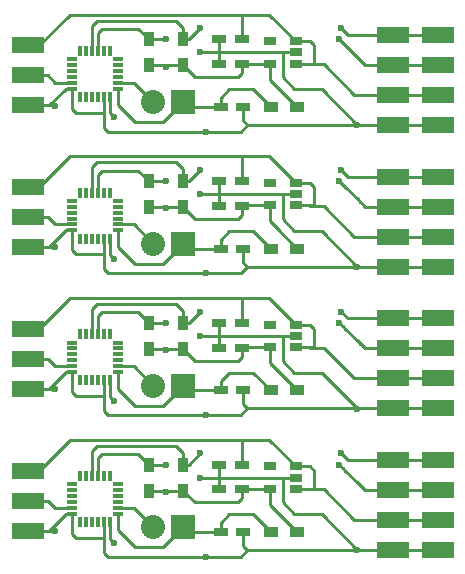
<source format=gtl>
G04 #@! TF.FileFunction,Copper,L1,Top,Signal*
%FSLAX46Y46*%
G04 Gerber Fmt 4.6, Leading zero omitted, Abs format (unit mm)*
G04 Created by KiCad (PCBNEW 4.0.2-stable) date 11.06.2016 10:01:23*
%MOMM*%
G01*
G04 APERTURE LIST*
%ADD10C,0.200000*%
%ADD11R,1.200000X0.750000*%
%ADD12R,2.032000X2.032000*%
%ADD13O,2.032000X2.032000*%
%ADD14R,2.799080X1.397000*%
%ADD15R,2.799080X1.399540*%
%ADD16R,1.200000X0.900000*%
%ADD17R,0.900000X1.200000*%
%ADD18R,1.060000X0.650000*%
%ADD19R,0.850000X0.300000*%
%ADD20R,0.300000X0.850000*%
%ADD21C,0.600000*%
%ADD22C,0.250000*%
G04 APERTURE END LIST*
D10*
D11*
X121535000Y-109585000D03*
X123435000Y-109585000D03*
X123335000Y-103885000D03*
X121435000Y-103885000D03*
X123335000Y-105985000D03*
X121435000Y-105985000D03*
D12*
X118385000Y-109185000D03*
D13*
X115845000Y-109185000D03*
D14*
X139910000Y-111110000D03*
X136100000Y-111110000D03*
X139910000Y-108570000D03*
X136100000Y-108570000D03*
X139910000Y-106030000D03*
X136100000Y-103490000D03*
X139910000Y-103490000D03*
D15*
X136100000Y-106030000D03*
D16*
X127985000Y-109585000D03*
X125785000Y-109585000D03*
D17*
X115485000Y-106085000D03*
X115485000Y-103885000D03*
X118385000Y-106085000D03*
X118385000Y-103885000D03*
D18*
X127885000Y-105935000D03*
X127885000Y-104985000D03*
X127885000Y-104035000D03*
X125685000Y-104035000D03*
X125685000Y-105935000D03*
D19*
X112850000Y-108050000D03*
X112850000Y-107550000D03*
X112850000Y-107050000D03*
X112850000Y-106550000D03*
X112850000Y-106050000D03*
X112850000Y-105550000D03*
D20*
X112150000Y-104850000D03*
X111650000Y-104850000D03*
X111150000Y-104850000D03*
X110650000Y-104850000D03*
X110150000Y-104850000D03*
X109650000Y-104850000D03*
D19*
X108950000Y-105550000D03*
X108950000Y-106050000D03*
X108950000Y-106550000D03*
X108950000Y-107050000D03*
X108950000Y-107550000D03*
X108950000Y-108050000D03*
D20*
X109650000Y-108750000D03*
X110150000Y-108750000D03*
X110650000Y-108750000D03*
X111150000Y-108750000D03*
X111650000Y-108750000D03*
X112150000Y-108750000D03*
D14*
X105200000Y-104390000D03*
X105200000Y-106930000D03*
D15*
X105200000Y-109470000D03*
D11*
X121535000Y-97585000D03*
X123435000Y-97585000D03*
X123335000Y-91885000D03*
X121435000Y-91885000D03*
X123335000Y-93985000D03*
X121435000Y-93985000D03*
D12*
X118385000Y-97185000D03*
D13*
X115845000Y-97185000D03*
D14*
X139910000Y-99110000D03*
X136100000Y-99110000D03*
X139910000Y-96570000D03*
X136100000Y-96570000D03*
X139910000Y-94030000D03*
X136100000Y-91490000D03*
X139910000Y-91490000D03*
D15*
X136100000Y-94030000D03*
D16*
X127985000Y-97585000D03*
X125785000Y-97585000D03*
D17*
X115485000Y-94085000D03*
X115485000Y-91885000D03*
X118385000Y-94085000D03*
X118385000Y-91885000D03*
D18*
X127885000Y-93935000D03*
X127885000Y-92985000D03*
X127885000Y-92035000D03*
X125685000Y-92035000D03*
X125685000Y-93935000D03*
D19*
X112850000Y-96050000D03*
X112850000Y-95550000D03*
X112850000Y-95050000D03*
X112850000Y-94550000D03*
X112850000Y-94050000D03*
X112850000Y-93550000D03*
D20*
X112150000Y-92850000D03*
X111650000Y-92850000D03*
X111150000Y-92850000D03*
X110650000Y-92850000D03*
X110150000Y-92850000D03*
X109650000Y-92850000D03*
D19*
X108950000Y-93550000D03*
X108950000Y-94050000D03*
X108950000Y-94550000D03*
X108950000Y-95050000D03*
X108950000Y-95550000D03*
X108950000Y-96050000D03*
D20*
X109650000Y-96750000D03*
X110150000Y-96750000D03*
X110650000Y-96750000D03*
X111150000Y-96750000D03*
X111650000Y-96750000D03*
X112150000Y-96750000D03*
D14*
X105200000Y-92390000D03*
X105200000Y-94930000D03*
D15*
X105200000Y-97470000D03*
D11*
X121535000Y-85585000D03*
X123435000Y-85585000D03*
X123335000Y-79885000D03*
X121435000Y-79885000D03*
X123335000Y-81985000D03*
X121435000Y-81985000D03*
D12*
X118385000Y-85185000D03*
D13*
X115845000Y-85185000D03*
D14*
X139910000Y-87110000D03*
X136100000Y-87110000D03*
X139910000Y-84570000D03*
X136100000Y-84570000D03*
X139910000Y-82030000D03*
X136100000Y-79490000D03*
X139910000Y-79490000D03*
D15*
X136100000Y-82030000D03*
D16*
X127985000Y-85585000D03*
X125785000Y-85585000D03*
D17*
X115485000Y-82085000D03*
X115485000Y-79885000D03*
X118385000Y-82085000D03*
X118385000Y-79885000D03*
D18*
X127885000Y-81935000D03*
X127885000Y-80985000D03*
X127885000Y-80035000D03*
X125685000Y-80035000D03*
X125685000Y-81935000D03*
D19*
X112850000Y-84050000D03*
X112850000Y-83550000D03*
X112850000Y-83050000D03*
X112850000Y-82550000D03*
X112850000Y-82050000D03*
X112850000Y-81550000D03*
D20*
X112150000Y-80850000D03*
X111650000Y-80850000D03*
X111150000Y-80850000D03*
X110650000Y-80850000D03*
X110150000Y-80850000D03*
X109650000Y-80850000D03*
D19*
X108950000Y-81550000D03*
X108950000Y-82050000D03*
X108950000Y-82550000D03*
X108950000Y-83050000D03*
X108950000Y-83550000D03*
X108950000Y-84050000D03*
D20*
X109650000Y-84750000D03*
X110150000Y-84750000D03*
X110650000Y-84750000D03*
X111150000Y-84750000D03*
X111650000Y-84750000D03*
X112150000Y-84750000D03*
D14*
X105200000Y-80390000D03*
X105200000Y-82930000D03*
D15*
X105200000Y-85470000D03*
D11*
X121535000Y-73585000D03*
X123435000Y-73585000D03*
X123335000Y-67885000D03*
X121435000Y-67885000D03*
X123335000Y-69985000D03*
X121435000Y-69985000D03*
D12*
X118385000Y-73185000D03*
D13*
X115845000Y-73185000D03*
D14*
X139910000Y-75110000D03*
X136100000Y-75110000D03*
X139910000Y-72570000D03*
X136100000Y-72570000D03*
X139910000Y-70030000D03*
X136100000Y-67490000D03*
X139910000Y-67490000D03*
D15*
X136100000Y-70030000D03*
D16*
X127985000Y-73585000D03*
X125785000Y-73585000D03*
D17*
X115485000Y-70085000D03*
X115485000Y-67885000D03*
X118385000Y-70085000D03*
X118385000Y-67885000D03*
D18*
X127885000Y-69935000D03*
X127885000Y-68985000D03*
X127885000Y-68035000D03*
X125685000Y-68035000D03*
X125685000Y-69935000D03*
D19*
X112850000Y-72050000D03*
X112850000Y-71550000D03*
X112850000Y-71050000D03*
X112850000Y-70550000D03*
X112850000Y-70050000D03*
X112850000Y-69550000D03*
D20*
X112150000Y-68850000D03*
X111650000Y-68850000D03*
X111150000Y-68850000D03*
X110650000Y-68850000D03*
X110150000Y-68850000D03*
X109650000Y-68850000D03*
D19*
X108950000Y-69550000D03*
X108950000Y-70050000D03*
X108950000Y-70550000D03*
X108950000Y-71050000D03*
X108950000Y-71550000D03*
X108950000Y-72050000D03*
D20*
X109650000Y-72750000D03*
X110150000Y-72750000D03*
X110650000Y-72750000D03*
X111150000Y-72750000D03*
X111650000Y-72750000D03*
X112150000Y-72750000D03*
D14*
X105200000Y-68390000D03*
X105200000Y-70930000D03*
D15*
X105200000Y-73470000D03*
D21*
X107485000Y-109485000D03*
X133085000Y-111135000D03*
X120335000Y-111685000D03*
X119785000Y-104985000D03*
X107485000Y-97485000D03*
X133085000Y-99135000D03*
X120335000Y-99685000D03*
X119785000Y-92985000D03*
X107485000Y-85485000D03*
X133085000Y-87135000D03*
X120335000Y-87685000D03*
X119785000Y-80985000D03*
X107485000Y-73485000D03*
X133085000Y-75135000D03*
X120335000Y-75685000D03*
X119785000Y-68985000D03*
X116885000Y-106185000D03*
X112485000Y-110485000D03*
X116885000Y-94185000D03*
X112485000Y-98485000D03*
X116885000Y-82185000D03*
X112485000Y-86485000D03*
X116885000Y-70185000D03*
X112485000Y-74485000D03*
X116935000Y-103885000D03*
X131585000Y-103885000D03*
X116935000Y-91885000D03*
X131585000Y-91885000D03*
X116935000Y-79885000D03*
X131585000Y-79885000D03*
X116935000Y-67885000D03*
X131585000Y-67885000D03*
X131735000Y-102935000D03*
X119835000Y-102935000D03*
X131735000Y-90935000D03*
X119835000Y-90935000D03*
X131735000Y-78935000D03*
X119835000Y-78935000D03*
X131735000Y-66935000D03*
X119835000Y-66935000D03*
D22*
X121535000Y-109585000D02*
X121535000Y-108835000D01*
X124285000Y-108085000D02*
X125785000Y-109585000D01*
X122285000Y-108085000D02*
X124285000Y-108085000D01*
X121535000Y-108835000D02*
X122285000Y-108085000D01*
X112850000Y-108050000D02*
X112850000Y-109450000D01*
X116685000Y-110885000D02*
X118385000Y-109185000D01*
X114285000Y-110885000D02*
X116685000Y-110885000D01*
X112850000Y-109450000D02*
X114285000Y-110885000D01*
X121535000Y-109585000D02*
X118785000Y-109585000D01*
X118785000Y-109585000D02*
X118385000Y-109185000D01*
X121535000Y-97585000D02*
X121535000Y-96835000D01*
X124285000Y-96085000D02*
X125785000Y-97585000D01*
X122285000Y-96085000D02*
X124285000Y-96085000D01*
X121535000Y-96835000D02*
X122285000Y-96085000D01*
X112850000Y-96050000D02*
X112850000Y-97450000D01*
X116685000Y-98885000D02*
X118385000Y-97185000D01*
X114285000Y-98885000D02*
X116685000Y-98885000D01*
X112850000Y-97450000D02*
X114285000Y-98885000D01*
X121535000Y-97585000D02*
X118785000Y-97585000D01*
X118785000Y-97585000D02*
X118385000Y-97185000D01*
X121535000Y-85585000D02*
X121535000Y-84835000D01*
X124285000Y-84085000D02*
X125785000Y-85585000D01*
X122285000Y-84085000D02*
X124285000Y-84085000D01*
X121535000Y-84835000D02*
X122285000Y-84085000D01*
X112850000Y-84050000D02*
X112850000Y-85450000D01*
X116685000Y-86885000D02*
X118385000Y-85185000D01*
X114285000Y-86885000D02*
X116685000Y-86885000D01*
X112850000Y-85450000D02*
X114285000Y-86885000D01*
X121535000Y-85585000D02*
X118785000Y-85585000D01*
X118785000Y-85585000D02*
X118385000Y-85185000D01*
X121535000Y-73585000D02*
X121535000Y-72835000D01*
X124285000Y-72085000D02*
X125785000Y-73585000D01*
X122285000Y-72085000D02*
X124285000Y-72085000D01*
X121535000Y-72835000D02*
X122285000Y-72085000D01*
X112850000Y-72050000D02*
X112850000Y-73450000D01*
X116685000Y-74885000D02*
X118385000Y-73185000D01*
X114285000Y-74885000D02*
X116685000Y-74885000D01*
X112850000Y-73450000D02*
X114285000Y-74885000D01*
X121535000Y-73585000D02*
X118785000Y-73585000D01*
X118785000Y-73585000D02*
X118385000Y-73185000D01*
X105200000Y-109470000D02*
X107470000Y-109470000D01*
X107470000Y-109470000D02*
X107485000Y-109485000D01*
X133085000Y-111135000D02*
X133110000Y-111110000D01*
X121435000Y-104985000D02*
X119785000Y-104985000D01*
X121435000Y-105985000D02*
X121435000Y-104985000D01*
X121435000Y-104985000D02*
X121435000Y-104935000D01*
X121485000Y-104985000D02*
X127885000Y-104985000D01*
X121435000Y-104935000D02*
X121485000Y-104985000D01*
X111650000Y-108750000D02*
X111650000Y-111350000D01*
X111650000Y-111350000D02*
X111985000Y-111685000D01*
X111985000Y-111685000D02*
X120335000Y-111685000D01*
X123235000Y-111685000D02*
X123810000Y-111110000D01*
X120335000Y-111685000D02*
X123235000Y-111685000D01*
X139910000Y-111110000D02*
X136100000Y-111110000D01*
X127885000Y-104985000D02*
X126885000Y-104985000D01*
X126885000Y-104985000D02*
X126785000Y-105085000D01*
X126785000Y-105085000D02*
X126785000Y-107085000D01*
X126785000Y-107085000D02*
X127785000Y-108085000D01*
X127785000Y-108085000D02*
X130085000Y-108085000D01*
X130085000Y-108085000D02*
X133110000Y-111110000D01*
X133110000Y-111110000D02*
X136100000Y-111110000D01*
X123435000Y-109585000D02*
X123435000Y-110735000D01*
X123435000Y-110735000D02*
X123810000Y-111110000D01*
X123810000Y-111110000D02*
X136100000Y-111110000D01*
X121435000Y-105985000D02*
X121435000Y-103885000D01*
X108950000Y-108050000D02*
X108950000Y-109750000D01*
X111650000Y-110020000D02*
X111650000Y-108750000D01*
X111585000Y-110085000D02*
X111650000Y-110020000D01*
X109285000Y-110085000D02*
X111585000Y-110085000D01*
X108950000Y-109750000D02*
X109285000Y-110085000D01*
X105200000Y-109470000D02*
X107000000Y-109470000D01*
X108420000Y-108050000D02*
X107000000Y-109470000D01*
X108420000Y-108050000D02*
X108950000Y-108050000D01*
X105200000Y-97470000D02*
X107470000Y-97470000D01*
X107470000Y-97470000D02*
X107485000Y-97485000D01*
X133085000Y-99135000D02*
X133110000Y-99110000D01*
X121435000Y-92985000D02*
X119785000Y-92985000D01*
X121435000Y-93985000D02*
X121435000Y-92985000D01*
X121435000Y-92985000D02*
X121435000Y-92935000D01*
X121485000Y-92985000D02*
X127885000Y-92985000D01*
X121435000Y-92935000D02*
X121485000Y-92985000D01*
X111650000Y-96750000D02*
X111650000Y-99350000D01*
X111650000Y-99350000D02*
X111985000Y-99685000D01*
X111985000Y-99685000D02*
X120335000Y-99685000D01*
X123235000Y-99685000D02*
X123810000Y-99110000D01*
X120335000Y-99685000D02*
X123235000Y-99685000D01*
X139910000Y-99110000D02*
X136100000Y-99110000D01*
X127885000Y-92985000D02*
X126885000Y-92985000D01*
X126885000Y-92985000D02*
X126785000Y-93085000D01*
X126785000Y-93085000D02*
X126785000Y-95085000D01*
X126785000Y-95085000D02*
X127785000Y-96085000D01*
X127785000Y-96085000D02*
X130085000Y-96085000D01*
X130085000Y-96085000D02*
X133110000Y-99110000D01*
X133110000Y-99110000D02*
X136100000Y-99110000D01*
X123435000Y-97585000D02*
X123435000Y-98735000D01*
X123435000Y-98735000D02*
X123810000Y-99110000D01*
X123810000Y-99110000D02*
X136100000Y-99110000D01*
X121435000Y-93985000D02*
X121435000Y-91885000D01*
X108950000Y-96050000D02*
X108950000Y-97750000D01*
X111650000Y-98020000D02*
X111650000Y-96750000D01*
X111585000Y-98085000D02*
X111650000Y-98020000D01*
X109285000Y-98085000D02*
X111585000Y-98085000D01*
X108950000Y-97750000D02*
X109285000Y-98085000D01*
X105200000Y-97470000D02*
X107000000Y-97470000D01*
X108420000Y-96050000D02*
X107000000Y-97470000D01*
X108420000Y-96050000D02*
X108950000Y-96050000D01*
X105200000Y-85470000D02*
X107470000Y-85470000D01*
X107470000Y-85470000D02*
X107485000Y-85485000D01*
X133085000Y-87135000D02*
X133110000Y-87110000D01*
X121435000Y-80985000D02*
X119785000Y-80985000D01*
X121435000Y-81985000D02*
X121435000Y-80985000D01*
X121435000Y-80985000D02*
X121435000Y-80935000D01*
X121485000Y-80985000D02*
X127885000Y-80985000D01*
X121435000Y-80935000D02*
X121485000Y-80985000D01*
X111650000Y-84750000D02*
X111650000Y-87350000D01*
X111650000Y-87350000D02*
X111985000Y-87685000D01*
X111985000Y-87685000D02*
X120335000Y-87685000D01*
X123235000Y-87685000D02*
X123810000Y-87110000D01*
X120335000Y-87685000D02*
X123235000Y-87685000D01*
X139910000Y-87110000D02*
X136100000Y-87110000D01*
X127885000Y-80985000D02*
X126885000Y-80985000D01*
X126885000Y-80985000D02*
X126785000Y-81085000D01*
X126785000Y-81085000D02*
X126785000Y-83085000D01*
X126785000Y-83085000D02*
X127785000Y-84085000D01*
X127785000Y-84085000D02*
X130085000Y-84085000D01*
X130085000Y-84085000D02*
X133110000Y-87110000D01*
X133110000Y-87110000D02*
X136100000Y-87110000D01*
X123435000Y-85585000D02*
X123435000Y-86735000D01*
X123435000Y-86735000D02*
X123810000Y-87110000D01*
X123810000Y-87110000D02*
X136100000Y-87110000D01*
X121435000Y-81985000D02*
X121435000Y-79885000D01*
X108950000Y-84050000D02*
X108950000Y-85750000D01*
X111650000Y-86020000D02*
X111650000Y-84750000D01*
X111585000Y-86085000D02*
X111650000Y-86020000D01*
X109285000Y-86085000D02*
X111585000Y-86085000D01*
X108950000Y-85750000D02*
X109285000Y-86085000D01*
X105200000Y-85470000D02*
X107000000Y-85470000D01*
X108420000Y-84050000D02*
X107000000Y-85470000D01*
X108420000Y-84050000D02*
X108950000Y-84050000D01*
X105200000Y-73470000D02*
X107470000Y-73470000D01*
X107470000Y-73470000D02*
X107485000Y-73485000D01*
X133085000Y-75135000D02*
X133110000Y-75110000D01*
X121435000Y-68985000D02*
X119785000Y-68985000D01*
X121435000Y-69985000D02*
X121435000Y-68985000D01*
X121435000Y-68985000D02*
X121435000Y-68935000D01*
X121485000Y-68985000D02*
X127885000Y-68985000D01*
X121435000Y-68935000D02*
X121485000Y-68985000D01*
X111650000Y-72750000D02*
X111650000Y-75350000D01*
X111650000Y-75350000D02*
X111985000Y-75685000D01*
X111985000Y-75685000D02*
X120335000Y-75685000D01*
X123235000Y-75685000D02*
X123810000Y-75110000D01*
X120335000Y-75685000D02*
X123235000Y-75685000D01*
X139910000Y-75110000D02*
X136100000Y-75110000D01*
X127885000Y-68985000D02*
X126885000Y-68985000D01*
X126885000Y-68985000D02*
X126785000Y-69085000D01*
X126785000Y-69085000D02*
X126785000Y-71085000D01*
X126785000Y-71085000D02*
X127785000Y-72085000D01*
X127785000Y-72085000D02*
X130085000Y-72085000D01*
X130085000Y-72085000D02*
X133110000Y-75110000D01*
X133110000Y-75110000D02*
X136100000Y-75110000D01*
X123435000Y-73585000D02*
X123435000Y-74735000D01*
X123435000Y-74735000D02*
X123810000Y-75110000D01*
X123810000Y-75110000D02*
X136100000Y-75110000D01*
X121435000Y-69985000D02*
X121435000Y-67885000D01*
X108950000Y-72050000D02*
X108950000Y-73750000D01*
X111650000Y-74020000D02*
X111650000Y-72750000D01*
X111585000Y-74085000D02*
X111650000Y-74020000D01*
X109285000Y-74085000D02*
X111585000Y-74085000D01*
X108950000Y-73750000D02*
X109285000Y-74085000D01*
X105200000Y-73470000D02*
X107000000Y-73470000D01*
X108420000Y-72050000D02*
X107000000Y-73470000D01*
X108420000Y-72050000D02*
X108950000Y-72050000D01*
X139910000Y-108570000D02*
X136100000Y-108570000D01*
X123385000Y-101785000D02*
X125635000Y-101785000D01*
X125635000Y-101785000D02*
X127885000Y-104035000D01*
X136100000Y-108570000D02*
X132870000Y-108570000D01*
X128985000Y-105985000D02*
X128985000Y-105935000D01*
X130285000Y-105985000D02*
X128985000Y-105985000D01*
X132870000Y-108570000D02*
X130285000Y-105985000D01*
X127885000Y-104035000D02*
X129135000Y-104035000D01*
X129135000Y-104035000D02*
X129485000Y-104385000D01*
X129485000Y-104385000D02*
X129485000Y-105785000D01*
X129485000Y-105785000D02*
X129335000Y-105935000D01*
X129335000Y-105935000D02*
X128985000Y-105935000D01*
X128985000Y-105935000D02*
X127885000Y-105935000D01*
X105200000Y-104390000D02*
X106180000Y-104390000D01*
X106180000Y-104390000D02*
X108785000Y-101785000D01*
X108785000Y-101785000D02*
X123385000Y-101785000D01*
X123385000Y-101785000D02*
X123335000Y-101835000D01*
X123335000Y-101835000D02*
X123335000Y-103885000D01*
X139910000Y-96570000D02*
X136100000Y-96570000D01*
X123385000Y-89785000D02*
X125635000Y-89785000D01*
X125635000Y-89785000D02*
X127885000Y-92035000D01*
X136100000Y-96570000D02*
X132870000Y-96570000D01*
X128985000Y-93985000D02*
X128985000Y-93935000D01*
X130285000Y-93985000D02*
X128985000Y-93985000D01*
X132870000Y-96570000D02*
X130285000Y-93985000D01*
X127885000Y-92035000D02*
X129135000Y-92035000D01*
X129135000Y-92035000D02*
X129485000Y-92385000D01*
X129485000Y-92385000D02*
X129485000Y-93785000D01*
X129485000Y-93785000D02*
X129335000Y-93935000D01*
X129335000Y-93935000D02*
X128985000Y-93935000D01*
X128985000Y-93935000D02*
X127885000Y-93935000D01*
X105200000Y-92390000D02*
X106180000Y-92390000D01*
X106180000Y-92390000D02*
X108785000Y-89785000D01*
X108785000Y-89785000D02*
X123385000Y-89785000D01*
X123385000Y-89785000D02*
X123335000Y-89835000D01*
X123335000Y-89835000D02*
X123335000Y-91885000D01*
X139910000Y-84570000D02*
X136100000Y-84570000D01*
X123385000Y-77785000D02*
X125635000Y-77785000D01*
X125635000Y-77785000D02*
X127885000Y-80035000D01*
X136100000Y-84570000D02*
X132870000Y-84570000D01*
X128985000Y-81985000D02*
X128985000Y-81935000D01*
X130285000Y-81985000D02*
X128985000Y-81985000D01*
X132870000Y-84570000D02*
X130285000Y-81985000D01*
X127885000Y-80035000D02*
X129135000Y-80035000D01*
X129135000Y-80035000D02*
X129485000Y-80385000D01*
X129485000Y-80385000D02*
X129485000Y-81785000D01*
X129485000Y-81785000D02*
X129335000Y-81935000D01*
X129335000Y-81935000D02*
X128985000Y-81935000D01*
X128985000Y-81935000D02*
X127885000Y-81935000D01*
X105200000Y-80390000D02*
X106180000Y-80390000D01*
X106180000Y-80390000D02*
X108785000Y-77785000D01*
X108785000Y-77785000D02*
X123385000Y-77785000D01*
X123385000Y-77785000D02*
X123335000Y-77835000D01*
X123335000Y-77835000D02*
X123335000Y-79885000D01*
X139910000Y-72570000D02*
X136100000Y-72570000D01*
X123385000Y-65785000D02*
X125635000Y-65785000D01*
X125635000Y-65785000D02*
X127885000Y-68035000D01*
X136100000Y-72570000D02*
X132870000Y-72570000D01*
X128985000Y-69985000D02*
X128985000Y-69935000D01*
X130285000Y-69985000D02*
X128985000Y-69985000D01*
X132870000Y-72570000D02*
X130285000Y-69985000D01*
X127885000Y-68035000D02*
X129135000Y-68035000D01*
X129135000Y-68035000D02*
X129485000Y-68385000D01*
X129485000Y-68385000D02*
X129485000Y-69785000D01*
X129485000Y-69785000D02*
X129335000Y-69935000D01*
X129335000Y-69935000D02*
X128985000Y-69935000D01*
X128985000Y-69935000D02*
X127885000Y-69935000D01*
X105200000Y-68390000D02*
X106180000Y-68390000D01*
X106180000Y-68390000D02*
X108785000Y-65785000D01*
X108785000Y-65785000D02*
X123385000Y-65785000D01*
X123385000Y-65785000D02*
X123335000Y-65835000D01*
X123335000Y-65835000D02*
X123335000Y-67885000D01*
X115485000Y-106085000D02*
X116785000Y-106085000D01*
X116785000Y-106085000D02*
X116885000Y-106185000D01*
X112150000Y-110150000D02*
X112150000Y-108750000D01*
X112485000Y-110485000D02*
X112150000Y-110150000D01*
X123335000Y-105985000D02*
X123335000Y-106735000D01*
X119385000Y-107085000D02*
X118385000Y-106085000D01*
X122985000Y-107085000D02*
X119385000Y-107085000D01*
X123335000Y-106735000D02*
X122985000Y-107085000D01*
X125685000Y-105935000D02*
X123385000Y-105935000D01*
X123385000Y-105935000D02*
X123335000Y-105985000D01*
X115485000Y-106085000D02*
X118385000Y-106085000D01*
X127985000Y-109585000D02*
X126285000Y-107885000D01*
X125685000Y-107285000D02*
X125685000Y-105935000D01*
X126285000Y-107885000D02*
X125685000Y-107285000D01*
X115485000Y-94085000D02*
X116785000Y-94085000D01*
X116785000Y-94085000D02*
X116885000Y-94185000D01*
X112150000Y-98150000D02*
X112150000Y-96750000D01*
X112485000Y-98485000D02*
X112150000Y-98150000D01*
X123335000Y-93985000D02*
X123335000Y-94735000D01*
X119385000Y-95085000D02*
X118385000Y-94085000D01*
X122985000Y-95085000D02*
X119385000Y-95085000D01*
X123335000Y-94735000D02*
X122985000Y-95085000D01*
X125685000Y-93935000D02*
X123385000Y-93935000D01*
X123385000Y-93935000D02*
X123335000Y-93985000D01*
X115485000Y-94085000D02*
X118385000Y-94085000D01*
X127985000Y-97585000D02*
X126285000Y-95885000D01*
X125685000Y-95285000D02*
X125685000Y-93935000D01*
X126285000Y-95885000D02*
X125685000Y-95285000D01*
X115485000Y-82085000D02*
X116785000Y-82085000D01*
X116785000Y-82085000D02*
X116885000Y-82185000D01*
X112150000Y-86150000D02*
X112150000Y-84750000D01*
X112485000Y-86485000D02*
X112150000Y-86150000D01*
X123335000Y-81985000D02*
X123335000Y-82735000D01*
X119385000Y-83085000D02*
X118385000Y-82085000D01*
X122985000Y-83085000D02*
X119385000Y-83085000D01*
X123335000Y-82735000D02*
X122985000Y-83085000D01*
X125685000Y-81935000D02*
X123385000Y-81935000D01*
X123385000Y-81935000D02*
X123335000Y-81985000D01*
X115485000Y-82085000D02*
X118385000Y-82085000D01*
X127985000Y-85585000D02*
X126285000Y-83885000D01*
X125685000Y-83285000D02*
X125685000Y-81935000D01*
X126285000Y-83885000D02*
X125685000Y-83285000D01*
X115485000Y-70085000D02*
X116785000Y-70085000D01*
X116785000Y-70085000D02*
X116885000Y-70185000D01*
X112150000Y-74150000D02*
X112150000Y-72750000D01*
X112485000Y-74485000D02*
X112150000Y-74150000D01*
X123335000Y-69985000D02*
X123335000Y-70735000D01*
X119385000Y-71085000D02*
X118385000Y-70085000D01*
X122985000Y-71085000D02*
X119385000Y-71085000D01*
X123335000Y-70735000D02*
X122985000Y-71085000D01*
X125685000Y-69935000D02*
X123385000Y-69935000D01*
X123385000Y-69935000D02*
X123335000Y-69985000D01*
X115485000Y-70085000D02*
X118385000Y-70085000D01*
X127985000Y-73585000D02*
X126285000Y-71885000D01*
X125685000Y-71285000D02*
X125685000Y-69935000D01*
X126285000Y-71885000D02*
X125685000Y-71285000D01*
X112850000Y-107550000D02*
X114210000Y-107550000D01*
X114210000Y-107550000D02*
X115845000Y-109185000D01*
X112850000Y-95550000D02*
X114210000Y-95550000D01*
X114210000Y-95550000D02*
X115845000Y-97185000D01*
X112850000Y-83550000D02*
X114210000Y-83550000D01*
X114210000Y-83550000D02*
X115845000Y-85185000D01*
X112850000Y-71550000D02*
X114210000Y-71550000D01*
X114210000Y-71550000D02*
X115845000Y-73185000D01*
X136100000Y-106030000D02*
X133730000Y-106030000D01*
X133730000Y-106030000D02*
X133135000Y-105435000D01*
X115485000Y-103885000D02*
X116935000Y-103885000D01*
X131585000Y-103885000D02*
X131885000Y-104185000D01*
X131885000Y-104185000D02*
X132085000Y-104385000D01*
X132085000Y-104385000D02*
X133135000Y-105435000D01*
X133135000Y-105435000D02*
X133330000Y-105630000D01*
X115485000Y-103885000D02*
X116285000Y-103885000D01*
X139910000Y-106030000D02*
X136100000Y-106030000D01*
X111150000Y-104850000D02*
X111150000Y-103320000D01*
X114585000Y-102985000D02*
X115485000Y-103885000D01*
X111485000Y-102985000D02*
X114585000Y-102985000D01*
X111150000Y-103320000D02*
X111485000Y-102985000D01*
X136100000Y-94030000D02*
X133730000Y-94030000D01*
X133730000Y-94030000D02*
X133135000Y-93435000D01*
X115485000Y-91885000D02*
X116935000Y-91885000D01*
X131585000Y-91885000D02*
X131885000Y-92185000D01*
X131885000Y-92185000D02*
X132085000Y-92385000D01*
X132085000Y-92385000D02*
X133135000Y-93435000D01*
X133135000Y-93435000D02*
X133330000Y-93630000D01*
X115485000Y-91885000D02*
X116285000Y-91885000D01*
X139910000Y-94030000D02*
X136100000Y-94030000D01*
X111150000Y-92850000D02*
X111150000Y-91320000D01*
X114585000Y-90985000D02*
X115485000Y-91885000D01*
X111485000Y-90985000D02*
X114585000Y-90985000D01*
X111150000Y-91320000D02*
X111485000Y-90985000D01*
X136100000Y-82030000D02*
X133730000Y-82030000D01*
X133730000Y-82030000D02*
X133135000Y-81435000D01*
X115485000Y-79885000D02*
X116935000Y-79885000D01*
X131585000Y-79885000D02*
X131885000Y-80185000D01*
X131885000Y-80185000D02*
X132085000Y-80385000D01*
X132085000Y-80385000D02*
X133135000Y-81435000D01*
X133135000Y-81435000D02*
X133330000Y-81630000D01*
X115485000Y-79885000D02*
X116285000Y-79885000D01*
X139910000Y-82030000D02*
X136100000Y-82030000D01*
X111150000Y-80850000D02*
X111150000Y-79320000D01*
X114585000Y-78985000D02*
X115485000Y-79885000D01*
X111485000Y-78985000D02*
X114585000Y-78985000D01*
X111150000Y-79320000D02*
X111485000Y-78985000D01*
X136100000Y-70030000D02*
X133730000Y-70030000D01*
X133730000Y-70030000D02*
X133135000Y-69435000D01*
X115485000Y-67885000D02*
X116935000Y-67885000D01*
X131585000Y-67885000D02*
X131885000Y-68185000D01*
X131885000Y-68185000D02*
X132085000Y-68385000D01*
X132085000Y-68385000D02*
X133135000Y-69435000D01*
X133135000Y-69435000D02*
X133330000Y-69630000D01*
X115485000Y-67885000D02*
X116285000Y-67885000D01*
X139910000Y-70030000D02*
X136100000Y-70030000D01*
X111150000Y-68850000D02*
X111150000Y-67320000D01*
X114585000Y-66985000D02*
X115485000Y-67885000D01*
X111485000Y-66985000D02*
X114585000Y-66985000D01*
X111150000Y-67320000D02*
X111485000Y-66985000D01*
X118385000Y-103885000D02*
X118885000Y-103885000D01*
X132290000Y-103490000D02*
X136100000Y-103490000D01*
X131735000Y-102935000D02*
X132290000Y-103490000D01*
X118885000Y-103885000D02*
X119835000Y-102935000D01*
X139910000Y-103490000D02*
X136100000Y-103490000D01*
X110650000Y-104850000D02*
X110650000Y-102720000D01*
X118385000Y-102885000D02*
X118385000Y-103885000D01*
X117785000Y-102285000D02*
X118385000Y-102885000D01*
X111085000Y-102285000D02*
X117785000Y-102285000D01*
X110650000Y-102720000D02*
X111085000Y-102285000D01*
X118385000Y-91885000D02*
X118885000Y-91885000D01*
X132290000Y-91490000D02*
X136100000Y-91490000D01*
X131735000Y-90935000D02*
X132290000Y-91490000D01*
X118885000Y-91885000D02*
X119835000Y-90935000D01*
X139910000Y-91490000D02*
X136100000Y-91490000D01*
X110650000Y-92850000D02*
X110650000Y-90720000D01*
X118385000Y-90885000D02*
X118385000Y-91885000D01*
X117785000Y-90285000D02*
X118385000Y-90885000D01*
X111085000Y-90285000D02*
X117785000Y-90285000D01*
X110650000Y-90720000D02*
X111085000Y-90285000D01*
X118385000Y-79885000D02*
X118885000Y-79885000D01*
X132290000Y-79490000D02*
X136100000Y-79490000D01*
X131735000Y-78935000D02*
X132290000Y-79490000D01*
X118885000Y-79885000D02*
X119835000Y-78935000D01*
X139910000Y-79490000D02*
X136100000Y-79490000D01*
X110650000Y-80850000D02*
X110650000Y-78720000D01*
X118385000Y-78885000D02*
X118385000Y-79885000D01*
X117785000Y-78285000D02*
X118385000Y-78885000D01*
X111085000Y-78285000D02*
X117785000Y-78285000D01*
X110650000Y-78720000D02*
X111085000Y-78285000D01*
X118385000Y-67885000D02*
X118885000Y-67885000D01*
X132290000Y-67490000D02*
X136100000Y-67490000D01*
X131735000Y-66935000D02*
X132290000Y-67490000D01*
X118885000Y-67885000D02*
X119835000Y-66935000D01*
X139910000Y-67490000D02*
X136100000Y-67490000D01*
X110650000Y-68850000D02*
X110650000Y-66720000D01*
X118385000Y-66885000D02*
X118385000Y-67885000D01*
X117785000Y-66285000D02*
X118385000Y-66885000D01*
X111085000Y-66285000D02*
X117785000Y-66285000D01*
X110650000Y-66720000D02*
X111085000Y-66285000D01*
X108950000Y-107550000D02*
X107550000Y-107550000D01*
X106930000Y-106930000D02*
X105200000Y-106930000D01*
X107550000Y-107550000D02*
X106930000Y-106930000D01*
X108950000Y-95550000D02*
X107550000Y-95550000D01*
X106930000Y-94930000D02*
X105200000Y-94930000D01*
X107550000Y-95550000D02*
X106930000Y-94930000D01*
X108950000Y-83550000D02*
X107550000Y-83550000D01*
X106930000Y-82930000D02*
X105200000Y-82930000D01*
X107550000Y-83550000D02*
X106930000Y-82930000D01*
X108950000Y-71550000D02*
X107550000Y-71550000D01*
X106930000Y-70930000D02*
X105200000Y-70930000D01*
X107550000Y-71550000D02*
X106930000Y-70930000D01*
M02*

</source>
